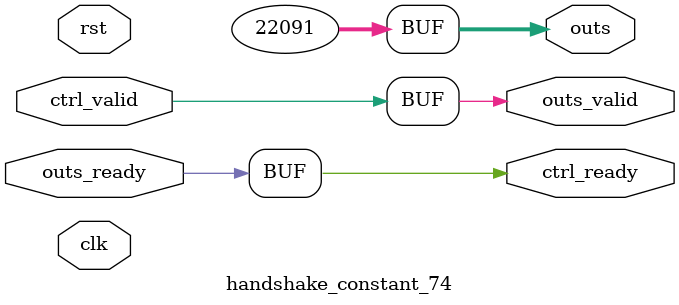
<source format=v>
`timescale 1ns / 1ps
module handshake_constant_74 #(
  parameter DATA_WIDTH = 32  // Default set to 32 bits
) (
  input                       clk,
  input                       rst,
  // Input Channel
  input                       ctrl_valid,
  output                      ctrl_ready,
  // Output Channel
  output [DATA_WIDTH - 1 : 0] outs,
  output                      outs_valid,
  input                       outs_ready
);
  assign outs       = 16'b0101011001001011;
  assign outs_valid = ctrl_valid;
  assign ctrl_ready = outs_ready;

endmodule

</source>
